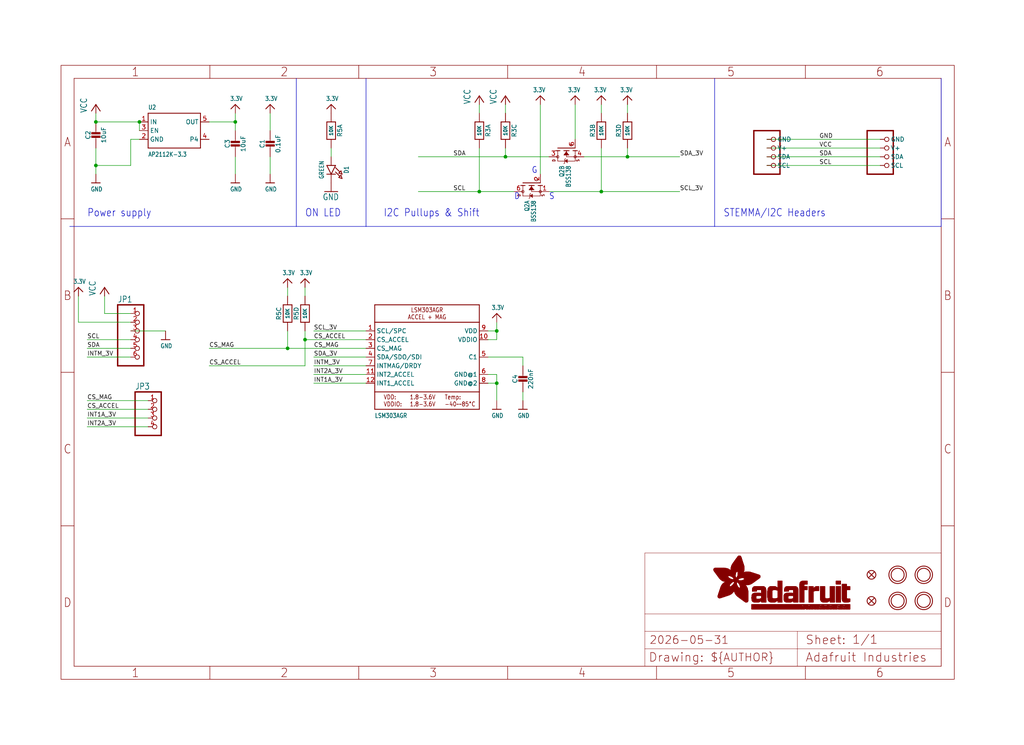
<source format=kicad_sch>
(kicad_sch (version 20230121) (generator eeschema)
  (paper "User" 298.45 217.322)
  (lib_symbols
    (symbol "working-eagle-import:3.3V" (power)
      (property "Value" "3.3V" (at -1.524 1.016 0))
      (symbol "3.3V_1_0"
        (pin power_in line (at 0 -2.54 90) (length 2.54) (name "3.3V") (number "1"))
      )
    )
    (symbol "working-eagle-import:CAP_CERAMIC0603_NO"
      (property "Reference" "C" (at -2.29 1.25 90))
      (symbol "CAP_CERAMIC0603_NO_1_0"
        (pin passive line (at 0 5.08 270) (length 2.54) (name "1") (number "1"))
        (pin passive line (at 0 -2.54 90) (length 2.54) (name "2") (number "2"))
      )
    )
    (symbol "working-eagle-import:CAP_CERAMIC0805-NOOUTLINE"
      (property "Reference" "C" (at -2.29 1.25 90))
      (symbol "CAP_CERAMIC0805-NOOUTLINE_1_0"
        (pin passive line (at 0 5.08 270) (length 2.54) (name "1") (number "1"))
        (pin passive line (at 0 -2.54 90) (length 2.54) (name "2") (number "2"))
      )
    )
    (symbol "working-eagle-import:CAP_CERAMIC0805_10MGAP"
      (property "Reference" "C" (at -2.29 1.25 90))
      (symbol "CAP_CERAMIC0805_10MGAP_1_0"
        (pin passive line (at 0 5.08 270) (length 2.54) (name "1") (number "1"))
        (pin passive line (at 0 -2.54 90) (length 2.54) (name "2") (number "2"))
      )
    )
    (symbol "working-eagle-import:FIDUCIAL_1MM")
    (symbol "working-eagle-import:FRAME_A4_ADAFRUIT"
      (symbol "FRAME_A4_ADAFRUIT_1_0"
        (text "${#}/${##}" (at 230.505 10.16 0) (effects (font (size 2.54 2.54)) (justify left bottom)))
        (text "${AUTHOR}" (at 189.23 5.08 0) (effects (font (size 2.286 2.286)) (justify left bottom)))
        (text "${CURRENT_DATE}" (at 171.45 10.16 0) (effects (font (size 2.286 2.286)) (justify left bottom)))
        (text "${PROJECTNAME}" (at 171.45 15.24 0) (effects (font (size 2.54 2.54)) (justify left bottom)))
        (text "1" (at 21.6958 1.905 0) (effects (font (size 2.54 2.286))))
        (text "1" (at 21.6958 177.165 0) (effects (font (size 2.54 2.286))))
        (text "2" (at 65.0875 1.905 0) (effects (font (size 2.54 2.286))))
        (text "2" (at 65.0875 177.165 0) (effects (font (size 2.54 2.286))))
        (text "3" (at 108.4792 1.905 0) (effects (font (size 2.54 2.286))))
        (text "3" (at 108.4792 177.165 0) (effects (font (size 2.54 2.286))))
        (text "4" (at 151.8708 1.905 0) (effects (font (size 2.54 2.286))))
        (text "4" (at 151.8708 177.165 0) (effects (font (size 2.54 2.286))))
        (text "5" (at 195.2625 1.905 0) (effects (font (size 2.54 2.286))))
        (text "5" (at 195.2625 177.165 0) (effects (font (size 2.54 2.286))))
        (text "6" (at 238.6542 1.905 0) (effects (font (size 2.54 2.286))))
        (text "6" (at 238.6542 177.165 0) (effects (font (size 2.54 2.286))))
        (text "A" (at 1.905 156.6863 0) (effects (font (size 2.54 2.286))))
        (text "A" (at 258.445 156.6863 0) (effects (font (size 2.54 2.286))))
        (text "Adafruit Industries" (at 216.916 4.953 0) (effects (font (size 2.54 2.54)) (justify left bottom)))
        (text "B" (at 1.905 111.9188 0) (effects (font (size 2.54 2.286))))
        (text "B" (at 258.445 111.9188 0) (effects (font (size 2.54 2.286))))
        (text "C" (at 1.905 67.1513 0) (effects (font (size 2.54 2.286))))
        (text "C" (at 258.445 67.1513 0) (effects (font (size 2.54 2.286))))
        (text "D" (at 1.905 22.3838 0) (effects (font (size 2.54 2.286))))
        (text "D" (at 258.445 22.3838 0) (effects (font (size 2.54 2.286))))
        (text "Drawing:" (at 171.196 4.953 0) (effects (font (size 2.54 2.54)) (justify left bottom)))
        (text "Sheet:" (at 216.916 10.033 0) (effects (font (size 2.54 2.54)) (justify left bottom)))
      )
    )
    (symbol "working-eagle-import:GND" (power)
      (property "Value" "GND" (at -1.524 -2.54 0))
      (symbol "GND_1_0"
        (pin power_in line (at 0 2.54 270) (length 2.54) (name "GND") (number "1"))
      )
    )
    (symbol "working-eagle-import:HEADER-1X4ROUND"
      (property "Reference" "JP" (at -6.35 8.255 0))
      (symbol "HEADER-1X4ROUND_1_0"
        (pin passive inverted (at -2.54 5.08 0) (length 2.54) (name "1") (number "1"))
        (pin passive inverted (at -2.54 2.54 0) (length 2.54) (name "2") (number "2"))
        (pin passive inverted (at -2.54 0 0) (length 2.54) (name "3") (number "3"))
        (pin passive inverted (at -2.54 -2.54 0) (length 2.54) (name "4") (number "4"))
      )
    )
    (symbol "working-eagle-import:HEADER-1X670MIL"
      (property "Reference" "JP" (at -6.35 10.795 0))
      (symbol "HEADER-1X670MIL_1_0"
        (pin passive inverted (at -2.54 7.62 0) (length 2.54) (name "1") (number "1"))
        (pin passive inverted (at -2.54 5.08 0) (length 2.54) (name "2") (number "2"))
        (pin passive inverted (at -2.54 2.54 0) (length 2.54) (name "3") (number "3"))
        (pin passive inverted (at -2.54 0 0) (length 2.54) (name "4") (number "4"))
        (pin passive inverted (at -2.54 -2.54 0) (length 2.54) (name "5") (number "5"))
        (pin passive inverted (at -2.54 -5.08 0) (length 2.54) (name "6") (number "6"))
      )
    )
    (symbol "working-eagle-import:LED0603_NOOUTLINE"
      (property "Reference" "D" (at -1.27 4.445 0))
      (symbol "LED0603_NOOUTLINE_1_0"
        (pin passive line (at -5.08 0 0) (length 2.54) (name "A") (number "A"))
        (pin passive line (at 2.54 0 180) (length 2.54) (name "C") (number "C"))
      )
    )
    (symbol "working-eagle-import:LSM303AGR"
      (symbol "LSM303AGR_1_0"
        (text "1.8-3.6V\n1.8-3.6V" (at -5.08 -12.7 0) (effects (font (size 1.27 1.0795)) (justify left)))
        (text "LSM303AGR\nACCEL + MAG" (at 0 12.7 0) (effects (font (size 1.27 1.0795))))
        (text "Temp:\n-40~~85°C" (at 5.08 -12.7 0) (effects (font (size 1.27 1.0795)) (justify left)))
        (text "VDD:\nVDDIO:" (at -12.7 -12.7 0) (effects (font (size 1.27 1.0795)) (justify left)))
        (pin input line (at -17.78 7.62 0) (length 2.54) (name "SCL/SPC") (number "1"))
        (pin power_in line (at 17.78 5.08 180) (length 2.54) (name "VDDIO") (number "10"))
        (pin output line (at -17.78 -5.08 0) (length 2.54) (name "INT2_ACCEL") (number "11"))
        (pin output line (at -17.78 -7.62 0) (length 2.54) (name "INT1_ACCEL") (number "12"))
        (pin input line (at -17.78 5.08 0) (length 2.54) (name "CS_ACCEL") (number "2"))
        (pin input line (at -17.78 2.54 0) (length 2.54) (name "CS_MAG") (number "3"))
        (pin bidirectional line (at -17.78 0 0) (length 2.54) (name "SDA/SDO/SDI") (number "4"))
        (pin passive line (at 17.78 0 180) (length 2.54) (name "C1") (number "5"))
        (pin power_in line (at 17.78 -5.08 180) (length 2.54) (name "GND@1") (number "6"))
        (pin output line (at -17.78 -2.54 0) (length 2.54) (name "INTMAG/DRDY") (number "7"))
        (pin power_in line (at 17.78 -7.62 180) (length 2.54) (name "GND@2") (number "8"))
        (pin power_in line (at 17.78 7.62 180) (length 2.54) (name "VDD") (number "9"))
      )
    )
    (symbol "working-eagle-import:MOSFET-N_DUAL"
      (property "Reference" "Q" (at 5.08 0.635 0))
      (symbol "MOSFET-N_DUAL_1_0"
        (text "D" (at 3.175 3.175 0) (effects (font (size 0.8128 0.6908)) (justify left bottom)))
        (text "G" (at -1.27 -1.905 0) (effects (font (size 0.8128 0.6908)) (justify left bottom)))
        (text "S" (at 3.175 -3.81 0) (effects (font (size 0.8128 0.6908)) (justify left bottom)))
        (pin bidirectional line (at 2.54 -5.08 90) (length 2.54) (name "S") (number "1"))
        (pin bidirectional line (at -2.54 -2.54 0) (length 2.54) (name "G") (number "2"))
        (pin bidirectional line (at 2.54 5.08 270) (length 2.54) (name "D") (number "6"))
      )
      (symbol "MOSFET-N_DUAL_2_0"
        (text "D" (at 3.175 3.175 0) (effects (font (size 0.8128 0.6908)) (justify left bottom)))
        (text "G" (at -1.27 -1.905 0) (effects (font (size 0.8128 0.6908)) (justify left bottom)))
        (text "S" (at 3.175 -3.81 0) (effects (font (size 0.8128 0.6908)) (justify left bottom)))
        (pin bidirectional line (at 2.54 5.08 270) (length 2.54) (name "D") (number "3"))
        (pin bidirectional line (at 2.54 -5.08 90) (length 2.54) (name "S") (number "4"))
        (pin bidirectional line (at -2.54 -2.54 0) (length 2.54) (name "G") (number "5"))
      )
    )
    (symbol "working-eagle-import:MOUNTINGHOLE2.5")
    (symbol "working-eagle-import:RESISTOR_4PACK"
      (property "Reference" "R" (at 0 2.54 0))
      (symbol "RESISTOR_4PACK_1_0"
        (pin passive line (at -5.08 0 0) (length 2.54) (name "1") (number "1"))
        (pin passive line (at 5.08 0 180) (length 2.54) (name "2") (number "8"))
      )
      (symbol "RESISTOR_4PACK_2_0"
        (pin passive line (at -5.08 0 0) (length 2.54) (name "1") (number "2"))
        (pin passive line (at 5.08 0 180) (length 2.54) (name "2") (number "7"))
      )
      (symbol "RESISTOR_4PACK_3_0"
        (pin passive line (at -5.08 0 0) (length 2.54) (name "1") (number "3"))
        (pin passive line (at 5.08 0 180) (length 2.54) (name "2") (number "6"))
      )
      (symbol "RESISTOR_4PACK_4_0"
        (pin passive line (at -5.08 0 0) (length 2.54) (name "1") (number "4"))
        (pin passive line (at 5.08 0 180) (length 2.54) (name "2") (number "5"))
      )
    )
    (symbol "working-eagle-import:STEMMA_I2C_QT"
      (symbol "STEMMA_I2C_QT_1_0"
        (pin passive inverted (at 0 5.08 0) (length 2.54) (name "GND") (number "1"))
        (pin passive inverted (at 0 2.54 0) (length 2.54) (name "V+") (number "2"))
        (pin passive inverted (at 0 0 0) (length 2.54) (name "SDA") (number "3"))
        (pin passive inverted (at 0 -2.54 0) (length 2.54) (name "SCL") (number "4"))
      )
      (symbol "STEMMA_I2C_QT_2_0"
        (pin bidirectional line (at 0 0 0) (length 5.08) (name "MT") (number "MT1"))
      )
      (symbol "STEMMA_I2C_QT_3_0"
        (pin bidirectional line (at 0 0 0) (length 5.08) (name "MT") (number "MT2"))
      )
    )
    (symbol "working-eagle-import:VCC" (power)
      (property "Value" "VCC" (at -2.54 -2.54 90))
      (symbol "VCC_1_0"
        (pin power_in line (at 0 -2.54 90) (length 2.54) (name "VCC") (number "1"))
      )
    )
    (symbol "working-eagle-import:VREG_SOT23-5"
      (property "Reference" "U" (at -7.62 6.096 0))
      (symbol "VREG_SOT23-5_1_0"
        (pin power_in line (at -10.16 2.54 0) (length 2.54) (name "IN") (number "1"))
        (pin power_in line (at -10.16 -2.54 0) (length 2.54) (name "GND") (number "2"))
        (pin input line (at -10.16 0 0) (length 2.54) (name "EN") (number "3"))
        (pin bidirectional line (at 10.16 -2.54 180) (length 2.54) (name "P4") (number "4"))
        (pin power_in line (at 10.16 2.54 180) (length 2.54) (name "OUT") (number "5"))
      )
    )
    (symbol "working-eagle-import:supply1_GND" (power)
      (property "Value" "supply1_GND" (at -2.54 -2.54 0))
      (symbol "supply1_GND_1_0"
        (pin power_in line (at 0 2.54 270) (length 2.54) (name "GND") (number "1"))
      )
    )
  )
  (junction (at 68.58 35.56))
  (junction (at 147.32 45.72))
  (junction (at 88.9 99.06))
  (junction (at 27.94 48.26))
  (junction (at 40.64 35.56))
  (junction (at 144.78 96.52))
  (junction (at 182.88 45.72))
  (junction (at 175.26 55.88))
  (junction (at 83.82 101.6))
  (junction (at 27.94 35.56))
  (junction (at 144.78 111.76))
  (junction (at 139.7 55.88))
  (wire (pts (xy 152.4 114.3) (xy 152.4 116.84)) (stroke (width 0.1524)))
  (wire (pts (xy 43.18 121.92) (xy 25.4 121.92)) (stroke (width 0.1524)))
  (wire (pts (xy 83.82 86.36) (xy 83.82 83.82)) (stroke (width 0.1524)))
  (wire (pts (xy 88.9 106.68) (xy 60.96 106.68)) (stroke (width 0.1524)))
  (wire (pts (xy 38.1 93.98) (xy 22.86 93.98)) (stroke (width 0.1524)))
  (wire (pts (xy 27.94 48.26) (xy 27.94 43.18)) (stroke (width 0.1524)))
  (wire (pts (xy 106.68 109.22) (xy 91.44 109.22)) (stroke (width 0.1524)))
  (wire (pts (xy 144.78 99.06) (xy 144.78 96.52)) (stroke (width 0.1524)))
  (wire (pts (xy 68.58 45.72) (xy 68.58 50.8)) (stroke (width 0.1524)))
  (wire (pts (xy 83.82 101.6) (xy 60.96 101.6)) (stroke (width 0.1524)))
  (wire (pts (xy 182.88 33.02) (xy 182.88 30.48)) (stroke (width 0.1524)))
  (wire (pts (xy 38.1 99.06) (xy 25.4 99.06)) (stroke (width 0.1524)))
  (wire (pts (xy 40.64 38.1) (xy 40.64 35.56)) (stroke (width 0.1524)))
  (polyline (pts (xy 106.68 22.86) (xy 106.68 66.04)) (stroke (width 0.1524) (type solid)))
  (wire (pts (xy 139.7 43.18) (xy 139.7 55.88)) (stroke (width 0.1524)))
  (wire (pts (xy 147.32 33.02) (xy 147.32 30.48)) (stroke (width 0.1524)))
  (wire (pts (xy 142.24 96.52) (xy 144.78 96.52)) (stroke (width 0.1524)))
  (wire (pts (xy 139.7 55.88) (xy 121.92 55.88)) (stroke (width 0.1524)))
  (wire (pts (xy 167.64 40.64) (xy 167.64 30.48)) (stroke (width 0.1524)))
  (wire (pts (xy 152.4 104.14) (xy 152.4 106.68)) (stroke (width 0.1524)))
  (wire (pts (xy 38.1 101.6) (xy 25.4 101.6)) (stroke (width 0.1524)))
  (polyline (pts (xy 274.32 22.86) (xy 274.32 66.04)) (stroke (width 0.1524) (type solid)))
  (wire (pts (xy 68.58 35.56) (xy 68.58 38.1)) (stroke (width 0.1524)))
  (wire (pts (xy 175.26 55.88) (xy 198.12 55.88)) (stroke (width 0.1524)))
  (wire (pts (xy 144.78 109.22) (xy 144.78 111.76)) (stroke (width 0.1524)))
  (polyline (pts (xy 20.32 66.04) (xy 86.36 66.04)) (stroke (width 0.1524) (type solid)))
  (wire (pts (xy 142.24 109.22) (xy 144.78 109.22)) (stroke (width 0.1524)))
  (wire (pts (xy 22.86 93.98) (xy 22.86 86.36)) (stroke (width 0.1524)))
  (wire (pts (xy 144.78 96.52) (xy 144.78 93.98)) (stroke (width 0.1524)))
  (wire (pts (xy 170.18 45.72) (xy 182.88 45.72)) (stroke (width 0.1524)))
  (polyline (pts (xy 86.36 22.86) (xy 86.36 66.04)) (stroke (width 0.1524) (type solid)))
  (wire (pts (xy 139.7 30.48) (xy 139.7 33.02)) (stroke (width 0.1524)))
  (wire (pts (xy 147.32 43.18) (xy 147.32 45.72)) (stroke (width 0.1524)))
  (wire (pts (xy 175.26 43.18) (xy 175.26 55.88)) (stroke (width 0.1524)))
  (wire (pts (xy 160.02 45.72) (xy 147.32 45.72)) (stroke (width 0.1524)))
  (wire (pts (xy 78.74 33.02) (xy 78.74 38.1)) (stroke (width 0.1524)))
  (wire (pts (xy 106.68 104.14) (xy 91.44 104.14)) (stroke (width 0.1524)))
  (wire (pts (xy 25.4 124.46) (xy 43.18 124.46)) (stroke (width 0.1524)))
  (wire (pts (xy 157.48 50.8) (xy 157.48 30.48)) (stroke (width 0.1524)))
  (wire (pts (xy 43.18 116.84) (xy 25.4 116.84)) (stroke (width 0.1524)))
  (wire (pts (xy 27.94 48.26) (xy 27.94 50.8)) (stroke (width 0.1524)))
  (wire (pts (xy 38.1 96.52) (xy 48.26 96.52)) (stroke (width 0.1524)))
  (wire (pts (xy 182.88 45.72) (xy 198.12 45.72)) (stroke (width 0.1524)))
  (wire (pts (xy 40.64 35.56) (xy 27.94 35.56)) (stroke (width 0.1524)))
  (polyline (pts (xy 86.36 66.04) (xy 106.68 66.04)) (stroke (width 0.1524) (type solid)))
  (wire (pts (xy 68.58 35.56) (xy 68.58 33.02)) (stroke (width 0.1524)))
  (wire (pts (xy 142.24 99.06) (xy 144.78 99.06)) (stroke (width 0.1524)))
  (wire (pts (xy 175.26 33.02) (xy 175.26 30.48)) (stroke (width 0.1524)))
  (wire (pts (xy 223.52 43.18) (xy 256.54 43.18)) (stroke (width 0.1524)))
  (wire (pts (xy 106.68 111.76) (xy 91.44 111.76)) (stroke (width 0.1524)))
  (wire (pts (xy 149.86 55.88) (xy 139.7 55.88)) (stroke (width 0.1524)))
  (wire (pts (xy 78.74 45.72) (xy 78.74 50.8)) (stroke (width 0.1524)))
  (wire (pts (xy 60.96 35.56) (xy 68.58 35.56)) (stroke (width 0.1524)))
  (wire (pts (xy 256.54 40.64) (xy 223.52 40.64)) (stroke (width 0.1524)))
  (polyline (pts (xy 208.28 22.86) (xy 208.28 66.04)) (stroke (width 0.1524) (type solid)))
  (wire (pts (xy 160.02 55.88) (xy 175.26 55.88)) (stroke (width 0.1524)))
  (wire (pts (xy 106.68 99.06) (xy 88.9 99.06)) (stroke (width 0.1524)))
  (wire (pts (xy 106.68 106.68) (xy 91.44 106.68)) (stroke (width 0.1524)))
  (wire (pts (xy 142.24 104.14) (xy 152.4 104.14)) (stroke (width 0.1524)))
  (wire (pts (xy 30.48 91.44) (xy 30.48 86.36)) (stroke (width 0.1524)))
  (wire (pts (xy 40.64 40.64) (xy 38.1 40.64)) (stroke (width 0.1524)))
  (polyline (pts (xy 106.68 66.04) (xy 208.28 66.04)) (stroke (width 0.1524) (type solid)))
  (wire (pts (xy 25.4 119.38) (xy 43.18 119.38)) (stroke (width 0.1524)))
  (wire (pts (xy 223.52 48.26) (xy 256.54 48.26)) (stroke (width 0.1524)))
  (polyline (pts (xy 208.28 66.04) (xy 274.32 66.04)) (stroke (width 0.1524) (type solid)))
  (wire (pts (xy 38.1 40.64) (xy 38.1 48.26)) (stroke (width 0.1524)))
  (wire (pts (xy 38.1 104.14) (xy 25.4 104.14)) (stroke (width 0.1524)))
  (wire (pts (xy 106.68 96.52) (xy 91.44 96.52)) (stroke (width 0.1524)))
  (wire (pts (xy 142.24 111.76) (xy 144.78 111.76)) (stroke (width 0.1524)))
  (wire (pts (xy 88.9 86.36) (xy 88.9 83.82)) (stroke (width 0.1524)))
  (wire (pts (xy 106.68 101.6) (xy 83.82 101.6)) (stroke (width 0.1524)))
  (wire (pts (xy 182.88 43.18) (xy 182.88 45.72)) (stroke (width 0.1524)))
  (wire (pts (xy 88.9 99.06) (xy 88.9 106.68)) (stroke (width 0.1524)))
  (wire (pts (xy 27.94 33.02) (xy 27.94 35.56)) (stroke (width 0.1524)))
  (wire (pts (xy 96.52 45.72) (xy 96.52 43.18)) (stroke (width 0.1524)))
  (wire (pts (xy 38.1 91.44) (xy 30.48 91.44)) (stroke (width 0.1524)))
  (wire (pts (xy 83.82 101.6) (xy 83.82 96.52)) (stroke (width 0.1524)))
  (wire (pts (xy 147.32 45.72) (xy 121.92 45.72)) (stroke (width 0.1524)))
  (wire (pts (xy 144.78 111.76) (xy 144.78 116.84)) (stroke (width 0.1524)))
  (wire (pts (xy 88.9 99.06) (xy 88.9 96.52)) (stroke (width 0.1524)))
  (wire (pts (xy 38.1 48.26) (xy 27.94 48.26)) (stroke (width 0.1524)))
  (wire (pts (xy 256.54 45.72) (xy 223.52 45.72)) (stroke (width 0.1524)))
  (text "STEMMA/I2C Headers" (at 210.82 63.5 0) (effects (font (size 2.1844 1.8567)) (justify left bottom)))
  (text "S" (at 160.02 58.42 0) (effects (font (size 1.778 1.5113)) (justify left bottom)))
  (text "D" (at 149.86 58.42 0) (effects (font (size 1.778 1.5113)) (justify left bottom)))
  (text "I2C Pullups & Shift" (at 111.76 63.5 0) (effects (font (size 2.1844 1.8567)) (justify left bottom)))
  (text "G" (at 154.94 50.8 0) (effects (font (size 1.778 1.5113)) (justify left bottom)))
  (text "Power supply" (at 25.4 63.5 0) (effects (font (size 2.1844 1.8567)) (justify left bottom)))
  (text "ON LED" (at 88.9 63.5 0) (effects (font (size 2.1844 1.8567)) (justify left bottom)))
  (label "CS_MAG" (at 25.4 116.84 0) (effects (font (size 1.2446 1.2446))))
  (label "SCL" (at 132.08 55.88 0) (effects (font (size 1.2446 1.2446))))
  (label "SDA" (at 238.76 45.72 0) (effects (font (size 1.2446 1.2446))))
  (label "SCL" (at 25.4 99.06 0) (effects (font (size 1.2446 1.2446))))
  (label "CS_ACCEL" (at 25.4 119.38 0) (effects (font (size 1.2446 1.2446))))
  (label "CS_MAG" (at 60.96 101.6 0) (effects (font (size 1.2446 1.2446))))
  (label "INT2A_3V" (at 25.4 124.46 0) (effects (font (size 1.2446 1.2446))))
  (label "CS_ACCEL" (at 60.96 106.68 0) (effects (font (size 1.2446 1.2446))))
  (label "GND" (at 238.76 40.64 0) (effects (font (size 1.2446 1.2446))))
  (label "CS_MAG" (at 91.44 101.6 0) (effects (font (size 1.2446 1.2446))))
  (label "VCC" (at 238.76 43.18 0) (effects (font (size 1.2446 1.2446))))
  (label "INTM_3V" (at 25.4 104.14 0) (effects (font (size 1.2446 1.2446))))
  (label "SCL_3V" (at 91.44 96.52 0) (effects (font (size 1.2446 1.2446))))
  (label "INTM_3V" (at 91.44 106.68 0) (effects (font (size 1.2446 1.2446))))
  (label "SDA" (at 25.4 101.6 0) (effects (font (size 1.2446 1.2446))))
  (label "INT1A_3V" (at 25.4 121.92 0) (effects (font (size 1.2446 1.2446))))
  (label "SDA" (at 132.08 45.72 0) (effects (font (size 1.2446 1.2446))))
  (label "SCL" (at 238.76 48.26 0) (effects (font (size 1.2446 1.2446))))
  (label "CS_ACCEL" (at 91.44 99.06 0) (effects (font (size 1.2446 1.2446))))
  (label "SCL_3V" (at 198.12 55.88 0) (effects (font (size 1.2446 1.2446))))
  (label "INT1A_3V" (at 91.44 111.76 0) (effects (font (size 1.2446 1.2446))))
  (label "SDA_3V" (at 91.44 104.14 0) (effects (font (size 1.2446 1.2446))))
  (label "INT2A_3V" (at 91.44 109.22 0) (effects (font (size 1.2446 1.2446))))
  (label "SDA_3V" (at 198.12 45.72 0) (effects (font (size 1.2446 1.2446))))
  (symbol (lib_id "working-eagle-import:MOSFET-N_DUAL") (at 165.1 43.18 90) (mirror x) (unit 2)
    (property "Reference" "Q2" (at 164.465 48.26 0) (effects (font (size 1.27 1.0795)) (justify left bottom)))
    (property "Value" "BSS138" (at 166.37 48.26 0) (effects (font (size 1.27 1.0795)) (justify left bottom)))
    (property "Footprint" "working:SOT363" (effects hide))
  )
  (symbol (lib_id "working-eagle-import:RESISTOR_4PACK") (at 83.82 91.44 90) (unit 3)
    (property "Reference" "R5" (at 81.28 91.44 0))
    (property "Value" "10K" (at 83.82 91.44 0) (effects (font (size 1.016 1.016) bold)))
    (property "Footprint" "working:RESPACK_4X0603" (effects hide))
  )
  (symbol (lib_id "working-eagle-import:RESISTOR_4PACK") (at 175.26 38.1 90) (mirror x) (unit 2)
    (property "Reference" "R3" (at 172.72 38.1 0))
    (property "Value" "10K" (at 175.26 38.1 0) (effects (font (size 1.016 1.016) bold)))
    (property "Footprint" "working:RESPACK_4X0603" (effects hide))
  )
  (symbol (lib_id "working-eagle-import:FIDUCIAL_1MM") (at 254 167.64 0) (unit 1)
    (property "Reference" "FID4" (effects hide))
    (property "Value" "FIDUCIAL_1MM" (effects hide))
    (property "Footprint" "working:FIDUCIAL_1MM" (effects hide))
  )
  (symbol (lib_id "working-eagle-import:3.3V") (at 167.64 27.94 0) (mirror y) (unit 1)
    (property "Reference" "#U$23" (effects hide))
    (property "Value" "3.3V" (at 169.164 26.924 0) (effects (font (size 1.27 1.0795)) (justify left bottom)))
  )
  (symbol (lib_id "working-eagle-import:VREG_SOT23-5") (at 50.8 38.1 0) (unit 1)
    (property "Reference" "U2" (at 43.18 32.004 0) (effects (font (size 1.27 1.0795)) (justify left bottom)))
    (property "Value" "AP2112K-3.3" (at 43.18 45.72 0) (effects (font (size 1.27 1.0795)) (justify left bottom)))
    (property "Footprint" "working:SOT23-5" (effects hide))
  )
  (symbol (lib_id "working-eagle-import:CAP_CERAMIC0603_NO") (at 78.74 43.18 0) (unit 1)
    (property "Reference" "C1" (at 76.45 41.93 90))
    (property "Value" "0.1uF" (at 81.04 41.93 90))
    (property "Footprint" "working:0603-NO@1" (effects hide))
  )
  (symbol (lib_id "working-eagle-import:3.3V") (at 157.48 27.94 0) (mirror y) (unit 1)
    (property "Reference" "#U$26" (effects hide))
    (property "Value" "3.3V" (at 159.004 26.924 0) (effects (font (size 1.27 1.0795)) (justify left bottom)))
  )
  (symbol (lib_id "working-eagle-import:3.3V") (at 68.58 30.48 0) (unit 1)
    (property "Reference" "#U$15" (effects hide))
    (property "Value" "3.3V" (at 67.056 29.464 0) (effects (font (size 1.27 1.0795)) (justify left bottom)))
  )
  (symbol (lib_id "working-eagle-import:VCC") (at 139.7 27.94 0) (unit 1)
    (property "Reference" "#P+1" (effects hide))
    (property "Value" "VCC" (at 137.16 30.48 90) (effects (font (size 1.778 1.5113)) (justify left bottom)))
  )
  (symbol (lib_id "working-eagle-import:3.3V") (at 182.88 27.94 0) (mirror y) (unit 1)
    (property "Reference" "#U$7" (effects hide))
    (property "Value" "3.3V" (at 184.404 26.924 0) (effects (font (size 1.27 1.0795)) (justify left bottom)))
  )
  (symbol (lib_id "working-eagle-import:HEADER-1X670MIL") (at 40.64 99.06 0) (unit 1)
    (property "Reference" "JP1" (at 34.29 88.265 0) (effects (font (size 1.778 1.5113)) (justify left bottom)))
    (property "Value" "HEADER-1X670MIL" (effects hide))
    (property "Footprint" "working:1X06_ROUND_70" (effects hide))
  )
  (symbol (lib_id "working-eagle-import:MOUNTINGHOLE2.5") (at 269.24 167.64 0) (unit 1)
    (property "Reference" "U$19" (effects hide))
    (property "Value" "MOUNTINGHOLE2.5" (effects hide))
    (property "Footprint" "working:MOUNTINGHOLE_2.5_PLATED" (effects hide))
  )
  (symbol (lib_id "working-eagle-import:RESISTOR_4PACK") (at 96.52 38.1 270) (unit 1)
    (property "Reference" "R5" (at 99.06 38.1 0))
    (property "Value" "10K" (at 96.52 38.1 0) (effects (font (size 1.016 1.016) bold)))
    (property "Footprint" "working:RESPACK_4X0603" (effects hide))
  )
  (symbol (lib_id "working-eagle-import:LED0603_NOOUTLINE") (at 96.52 50.8 270) (unit 1)
    (property "Reference" "D1" (at 100.965 49.53 0) (effects (font (size 1.27 1.0795))))
    (property "Value" "GREEN" (at 93.726 49.53 0) (effects (font (size 1.27 1.0795))))
    (property "Footprint" "working:CHIPLED_0603_NOOUTLINE" (effects hide))
  )
  (symbol (lib_id "working-eagle-import:HEADER-1X4ROUND") (at 45.72 121.92 0) (unit 1)
    (property "Reference" "JP3" (at 39.37 113.665 0) (effects (font (size 1.778 1.5113)) (justify left bottom)))
    (property "Value" "HEADER-1X4ROUND" (effects hide))
    (property "Footprint" "working:1X04_ROUND" (effects hide))
  )
  (symbol (lib_id "working-eagle-import:GND") (at 48.26 99.06 0) (unit 1)
    (property "Reference" "#U$10" (effects hide))
    (property "Value" "GND" (at 46.736 101.6 0) (effects (font (size 1.27 1.0795)) (justify left bottom)))
  )
  (symbol (lib_id "working-eagle-import:RESISTOR_4PACK") (at 147.32 38.1 270) (unit 3)
    (property "Reference" "R3" (at 149.86 38.1 0))
    (property "Value" "10K" (at 147.32 38.1 0) (effects (font (size 1.016 1.016) bold)))
    (property "Footprint" "working:RESPACK_4X0603" (effects hide))
  )
  (symbol (lib_id "working-eagle-import:STEMMA_I2C_QT") (at 223.52 45.72 0) (unit 1)
    (property "Reference" "CONN3" (effects hide))
    (property "Value" "STEMMA_I2C_QT" (effects hide))
    (property "Footprint" "working:JST_SH4" (effects hide))
  )
  (symbol (lib_id "working-eagle-import:GND") (at 144.78 119.38 0) (unit 1)
    (property "Reference" "#U$11" (effects hide))
    (property "Value" "GND" (at 143.256 121.92 0) (effects (font (size 1.27 1.0795)) (justify left bottom)))
  )
  (symbol (lib_id "working-eagle-import:MOSFET-N_DUAL") (at 154.94 53.34 90) (mirror x) (unit 1)
    (property "Reference" "Q2" (at 154.305 58.42 0) (effects (font (size 1.27 1.0795)) (justify left bottom)))
    (property "Value" "BSS138" (at 156.21 58.42 0) (effects (font (size 1.27 1.0795)) (justify left bottom)))
    (property "Footprint" "working:SOT363" (effects hide))
  )
  (symbol (lib_id "working-eagle-import:CAP_CERAMIC0805-NOOUTLINE") (at 27.94 40.64 0) (unit 1)
    (property "Reference" "C2" (at 25.65 39.39 90))
    (property "Value" "10uF" (at 30.24 39.39 90))
    (property "Footprint" "working:0805-NO" (effects hide))
  )
  (symbol (lib_id "working-eagle-import:RESISTOR_4PACK") (at 182.88 38.1 90) (mirror x) (unit 4)
    (property "Reference" "R3" (at 180.34 38.1 0))
    (property "Value" "10K" (at 182.88 38.1 0) (effects (font (size 1.016 1.016) bold)))
    (property "Footprint" "working:RESPACK_4X0603" (effects hide))
  )
  (symbol (lib_id "working-eagle-import:RESISTOR_4PACK") (at 139.7 38.1 270) (unit 1)
    (property "Reference" "R3" (at 142.24 38.1 0))
    (property "Value" "10K" (at 139.7 38.1 0) (effects (font (size 1.016 1.016) bold)))
    (property "Footprint" "working:RESPACK_4X0603" (effects hide))
  )
  (symbol (lib_id "working-eagle-import:3.3V") (at 144.78 91.44 0) (unit 1)
    (property "Reference" "#U$12" (effects hide))
    (property "Value" "3.3V" (at 143.256 90.424 0) (effects (font (size 1.27 1.0795)) (justify left bottom)))
  )
  (symbol (lib_id "working-eagle-import:GND") (at 152.4 119.38 0) (unit 1)
    (property "Reference" "#U$9" (effects hide))
    (property "Value" "GND" (at 150.876 121.92 0) (effects (font (size 1.27 1.0795)) (justify left bottom)))
  )
  (symbol (lib_id "working-eagle-import:3.3V") (at 88.9 81.28 0) (unit 1)
    (property "Reference" "#U$8" (effects hide))
    (property "Value" "3.3V" (at 87.376 80.264 0) (effects (font (size 1.27 1.0795)) (justify left bottom)))
  )
  (symbol (lib_id "working-eagle-import:FIDUCIAL_1MM") (at 254 175.26 0) (unit 1)
    (property "Reference" "FID3" (effects hide))
    (property "Value" "FIDUCIAL_1MM" (effects hide))
    (property "Footprint" "working:FIDUCIAL_1MM" (effects hide))
  )
  (symbol (lib_id "working-eagle-import:VCC") (at 147.32 27.94 0) (unit 1)
    (property "Reference" "#P+2" (effects hide))
    (property "Value" "VCC" (at 144.78 30.48 90) (effects (font (size 1.778 1.5113)) (justify left bottom)))
  )
  (symbol (lib_id "working-eagle-import:STEMMA_I2C_QT") (at 256.54 45.72 0) (unit 1)
    (property "Reference" "CONN4" (effects hide))
    (property "Value" "STEMMA_I2C_QT" (effects hide))
    (property "Footprint" "working:JST_SH4" (effects hide))
  )
  (symbol (lib_id "working-eagle-import:MOUNTINGHOLE2.5") (at 261.62 175.26 0) (unit 1)
    (property "Reference" "U$1" (effects hide))
    (property "Value" "MOUNTINGHOLE2.5" (effects hide))
    (property "Footprint" "working:MOUNTINGHOLE_2.5_PLATED" (effects hide))
  )
  (symbol (lib_id "working-eagle-import:3.3V") (at 22.86 83.82 0) (unit 1)
    (property "Reference" "#U$16" (effects hide))
    (property "Value" "3.3V" (at 21.336 82.804 0) (effects (font (size 1.27 1.0795)) (justify left bottom)))
  )
  (symbol (lib_id "working-eagle-import:supply1_GND") (at 96.52 55.88 0) (unit 1)
    (property "Reference" "#GND6" (effects hide))
    (property "Value" "GND" (at 93.98 58.42 0) (effects (font (size 1.778 1.5113)) (justify left bottom)))
  )
  (symbol (lib_id "working-eagle-import:LSM303AGR") (at 124.46 104.14 0) (unit 1)
    (property "Reference" "U$2" (effects hide))
    (property "Value" "LSM303AGR" (at 109.22 121.92 0) (effects (font (size 1.27 1.0795)) (justify left bottom)))
    (property "Footprint" "working:LGA12_2X2MM" (effects hide))
  )
  (symbol (lib_id "working-eagle-import:CAP_CERAMIC0805_10MGAP") (at 68.58 43.18 0) (unit 1)
    (property "Reference" "C3" (at 66.29 41.93 90))
    (property "Value" "10uF" (at 70.88 41.93 90))
    (property "Footprint" "working:0805_10MGAP" (effects hide))
  )
  (symbol (lib_id "working-eagle-import:3.3V") (at 78.74 30.48 0) (unit 1)
    (property "Reference" "#U$14" (effects hide))
    (property "Value" "3.3V" (at 77.216 29.464 0) (effects (font (size 1.27 1.0795)) (justify left bottom)))
  )
  (symbol (lib_id "working-eagle-import:VCC") (at 27.94 30.48 0) (unit 1)
    (property "Reference" "#P+3" (effects hide))
    (property "Value" "VCC" (at 25.4 33.02 90) (effects (font (size 1.778 1.5113)) (justify left bottom)))
  )
  (symbol (lib_id "working-eagle-import:MOUNTINGHOLE2.5") (at 269.24 175.26 0) (unit 1)
    (property "Reference" "U$21" (effects hide))
    (property "Value" "MOUNTINGHOLE2.5" (effects hide))
    (property "Footprint" "working:MOUNTINGHOLE_2.5_PLATED" (effects hide))
  )
  (symbol (lib_id "working-eagle-import:3.3V") (at 96.52 30.48 0) (unit 1)
    (property "Reference" "#U$3" (effects hide))
    (property "Value" "3.3V" (at 94.996 29.464 0) (effects (font (size 1.27 1.0795)) (justify left bottom)))
  )
  (symbol (lib_id "working-eagle-import:CAP_CERAMIC0603_NO") (at 152.4 111.76 0) (unit 1)
    (property "Reference" "C4" (at 150.11 110.51 90))
    (property "Value" "220nF" (at 154.7 110.51 90))
    (property "Footprint" "working:0603-NO@1" (effects hide))
  )
  (symbol (lib_id "working-eagle-import:RESISTOR_4PACK") (at 88.9 91.44 90) (unit 4)
    (property "Reference" "R5" (at 86.36 91.44 0))
    (property "Value" "10K" (at 88.9 91.44 0) (effects (font (size 1.016 1.016) bold)))
    (property "Footprint" "working:RESPACK_4X0603" (effects hide))
  )
  (symbol (lib_id "working-eagle-import:3.3V") (at 175.26 27.94 0) (mirror y) (unit 1)
    (property "Reference" "#U$24" (effects hide))
    (property "Value" "3.3V" (at 176.784 26.924 0) (effects (font (size 1.27 1.0795)) (justify left bottom)))
  )
  (symbol (lib_id "working-eagle-import:GND") (at 68.58 53.34 0) (unit 1)
    (property "Reference" "#U$5" (effects hide))
    (property "Value" "GND" (at 67.056 55.88 0) (effects (font (size 1.27 1.0795)) (justify left bottom)))
  )
  (symbol (lib_id "working-eagle-import:GND") (at 27.94 53.34 0) (unit 1)
    (property "Reference" "#U$13" (effects hide))
    (property "Value" "GND" (at 26.416 55.88 0) (effects (font (size 1.27 1.0795)) (justify left bottom)))
  )
  (symbol (lib_id "working-eagle-import:3.3V") (at 83.82 81.28 0) (unit 1)
    (property "Reference" "#U$4" (effects hide))
    (property "Value" "3.3V" (at 82.296 80.264 0) (effects (font (size 1.27 1.0795)) (justify left bottom)))
  )
  (symbol (lib_id "working-eagle-import:GND") (at 78.74 53.34 0) (unit 1)
    (property "Reference" "#U$6" (effects hide))
    (property "Value" "GND" (at 77.216 55.88 0) (effects (font (size 1.27 1.0795)) (justify left bottom)))
  )
  (symbol (lib_id "working-eagle-import:VCC") (at 30.48 83.82 0) (unit 1)
    (property "Reference" "#P+4" (effects hide))
    (property "Value" "VCC" (at 27.94 86.36 90) (effects (font (size 1.778 1.5113)) (justify left bottom)))
  )
  (symbol (lib_id "working-eagle-import:FRAME_A4_ADAFRUIT") (at 17.78 198.12 0) (unit 1)
    (property "Reference" "#U$18" (effects hide))
    (property "Value" "FRAME_A4_ADAFRUIT" (effects hide))
  )
  (symbol (lib_id "working-eagle-import:MOUNTINGHOLE2.5") (at 261.62 167.64 0) (unit 1)
    (property "Reference" "U$17" (effects hide))
    (property "Value" "MOUNTINGHOLE2.5" (effects hide))
    (property "Footprint" "working:MOUNTINGHOLE_2.5_PLATED" (effects hide))
  )
)
</source>
